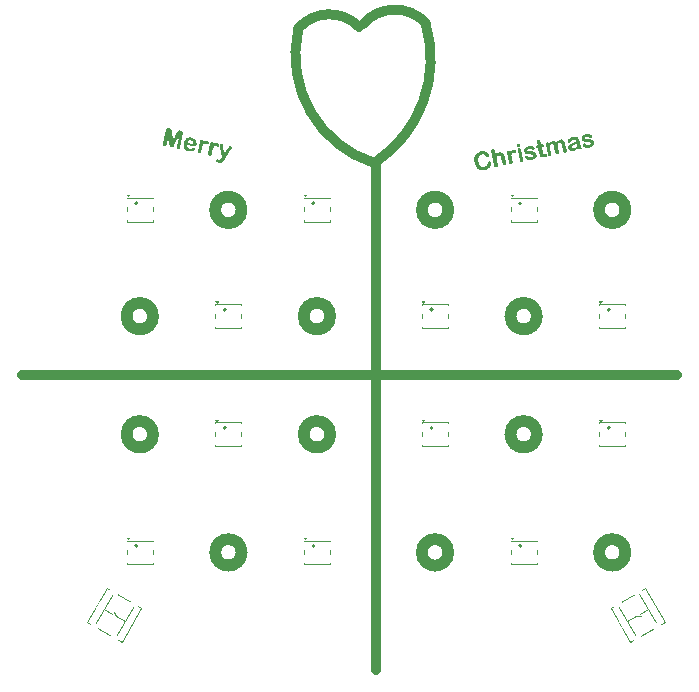
<source format=gto>
%TF.GenerationSoftware,KiCad,Pcbnew,8.0.6*%
%TF.CreationDate,2024-12-09T18:11:45+01:00*%
%TF.ProjectId,Xmas,586d6173-2e6b-4696-9361-645f70636258,rev?*%
%TF.SameCoordinates,Original*%
%TF.FileFunction,Legend,Top*%
%TF.FilePolarity,Positive*%
%FSLAX46Y46*%
G04 Gerber Fmt 4.6, Leading zero omitted, Abs format (unit mm)*
G04 Created by KiCad (PCBNEW 8.0.6) date 2024-12-09 18:11:45*
%MOMM*%
%LPD*%
G01*
G04 APERTURE LIST*
G04 Aperture macros list*
%AMRotRect*
0 Rectangle, with rotation*
0 The origin of the aperture is its center*
0 $1 length*
0 $2 width*
0 $3 Rotation angle, in degrees counterclockwise*
0 Add horizontal line*
21,1,$1,$2,0,0,$3*%
G04 Aperture macros list end*
%ADD10C,0.850000*%
%ADD11C,1.000000*%
%ADD12C,0.300000*%
%ADD13C,0.100000*%
%ADD14C,0.200000*%
%ADD15RotRect,1.100000X0.700000X300.000000*%
%ADD16RotRect,0.700000X0.250000X300.000000*%
%ADD17R,0.700000X0.700000*%
%ADD18RotRect,1.100000X0.700000X60.000000*%
%ADD19RotRect,0.700000X0.250000X60.000000*%
%ADD20C,0.100000*%
%ADD21O,1.200000X2.000000*%
%ADD22O,1.200000X2.300000*%
G04 APERTURE END LIST*
D10*
X129199998Y-65233913D02*
G75*
G02*
X124900000Y-77000001I-10087808J-2982117D01*
G01*
D11*
X146118034Y-81000000D02*
G75*
G02*
X143881966Y-81000000I-1118034J0D01*
G01*
X143881966Y-81000000D02*
G75*
G02*
X146118034Y-81000000I1118034J0D01*
G01*
X146118034Y-110000000D02*
G75*
G02*
X143881966Y-110000000I-1118034J0D01*
G01*
X143881966Y-110000000D02*
G75*
G02*
X146118034Y-110000000I1118034J0D01*
G01*
X131118034Y-110000000D02*
G75*
G02*
X128881966Y-110000000I-1118034J0D01*
G01*
X128881966Y-110000000D02*
G75*
G02*
X131118034Y-110000000I1118034J0D01*
G01*
X121118034Y-90000000D02*
G75*
G02*
X118881966Y-90000000I-1118034J0D01*
G01*
X118881966Y-90000000D02*
G75*
G02*
X121118034Y-90000000I1118034J0D01*
G01*
D10*
X125000000Y-120000000D02*
X125000000Y-77000000D01*
D11*
X138618034Y-90000000D02*
G75*
G02*
X136381966Y-90000000I-1118034J0D01*
G01*
X136381966Y-90000000D02*
G75*
G02*
X138618034Y-90000000I1118034J0D01*
G01*
X113618034Y-81000000D02*
G75*
G02*
X111381966Y-81000000I-1118034J0D01*
G01*
X111381966Y-81000000D02*
G75*
G02*
X113618034Y-81000000I1118034J0D01*
G01*
X106118034Y-90000000D02*
G75*
G02*
X103881966Y-90000000I-1118034J0D01*
G01*
X103881966Y-90000000D02*
G75*
G02*
X106118034Y-90000000I1118034J0D01*
G01*
D10*
X95000000Y-95000000D02*
X150500000Y-95000000D01*
X118400982Y-65662130D02*
G75*
G02*
X123555745Y-65505425I2648418J-2258370D01*
G01*
D11*
X113618034Y-110000000D02*
G75*
G02*
X111381966Y-110000000I-1118034J0D01*
G01*
X111381966Y-110000000D02*
G75*
G02*
X113618034Y-110000000I1118034J0D01*
G01*
X138618034Y-100000000D02*
G75*
G02*
X136381966Y-100000000I-1118034J0D01*
G01*
X136381966Y-100000000D02*
G75*
G02*
X138618034Y-100000000I1118034J0D01*
G01*
D10*
X123857893Y-65306745D02*
G75*
G02*
X129199999Y-65150001I2742107J-2343255D01*
G01*
D11*
X121118034Y-100000000D02*
G75*
G02*
X118881966Y-100000000I-1118034J0D01*
G01*
X118881966Y-100000000D02*
G75*
G02*
X121118034Y-100000000I1118034J0D01*
G01*
X106118034Y-100000000D02*
G75*
G02*
X103881966Y-100000000I-1118034J0D01*
G01*
X103881966Y-100000000D02*
G75*
G02*
X106118034Y-100000000I1118034J0D01*
G01*
D10*
X124909270Y-77052473D02*
G75*
G02*
X118400984Y-65823529I2860430J9158473D01*
G01*
D11*
X131118034Y-81000000D02*
G75*
G02*
X128881966Y-81000000I-1118034J0D01*
G01*
X128881966Y-81000000D02*
G75*
G02*
X131118034Y-81000000I1118034J0D01*
G01*
D12*
G36*
X107513287Y-75406589D02*
G01*
X107488767Y-74411819D01*
X107282841Y-75437011D01*
X107258013Y-75509292D01*
X107212837Y-75563711D01*
X107143033Y-75590074D01*
X107094863Y-75586577D01*
X107025986Y-75553648D01*
X106997235Y-75519007D01*
X106977408Y-75447005D01*
X106984306Y-75375428D01*
X107230797Y-74215781D01*
X107255053Y-74145579D01*
X107306742Y-74092345D01*
X107314311Y-74088956D01*
X107388100Y-74075123D01*
X107466064Y-74083383D01*
X107558521Y-74103035D01*
X107632381Y-74122948D01*
X107681952Y-74146126D01*
X107726980Y-74205266D01*
X107729969Y-74216260D01*
X107741085Y-74291163D01*
X107745626Y-74354051D01*
X107789366Y-75149152D01*
X108152721Y-74440582D01*
X108189174Y-74373082D01*
X108222711Y-74320996D01*
X108284285Y-74278779D01*
X108295103Y-74276455D01*
X108371352Y-74277799D01*
X108425389Y-74287294D01*
X108518204Y-74307022D01*
X108588087Y-74329117D01*
X108650911Y-74370732D01*
X108653854Y-74373685D01*
X108684809Y-74444628D01*
X108678923Y-74523589D01*
X108432432Y-75683237D01*
X108407747Y-75754845D01*
X108362733Y-75808503D01*
X108292574Y-75834469D01*
X108243760Y-75830782D01*
X108176204Y-75797696D01*
X108147794Y-75762442D01*
X108128127Y-75689684D01*
X108135017Y-75618147D01*
X108363878Y-74597829D01*
X107936867Y-75496624D01*
X107902806Y-75564404D01*
X107869349Y-75625725D01*
X107818056Y-75680696D01*
X107794492Y-75695960D01*
X107722443Y-75714442D01*
X107670386Y-75708908D01*
X107601731Y-75681157D01*
X107580959Y-75664430D01*
X107538493Y-75602825D01*
X107533857Y-75589996D01*
X107519155Y-75516338D01*
X107518102Y-75501999D01*
X107514298Y-75427963D01*
X107513287Y-75406589D01*
G37*
G36*
X109308315Y-74863549D02*
G01*
X109385567Y-74874966D01*
X109393438Y-74876597D01*
X109471822Y-74897916D01*
X109542488Y-74926912D01*
X109612762Y-74968708D01*
X109660666Y-75007933D01*
X109713292Y-75064301D01*
X109755097Y-75125302D01*
X109788856Y-75198514D01*
X109798619Y-75229400D01*
X109814755Y-75306810D01*
X109819149Y-75382676D01*
X109811801Y-75456997D01*
X109808922Y-75471676D01*
X109784324Y-75543294D01*
X109730984Y-75598205D01*
X109713981Y-75604686D01*
X109638725Y-75613961D01*
X109559362Y-75606478D01*
X109532300Y-75601276D01*
X109005513Y-75489304D01*
X108999465Y-75564895D01*
X109011467Y-75639266D01*
X109042539Y-75709767D01*
X109083823Y-75758770D01*
X109147664Y-75800506D01*
X109205748Y-75819519D01*
X109279029Y-75827678D01*
X109294756Y-75827202D01*
X109368076Y-75813373D01*
X109378605Y-75809817D01*
X109446567Y-75780513D01*
X109458432Y-75774348D01*
X109524653Y-75737400D01*
X109557186Y-75718556D01*
X109629616Y-75712602D01*
X109695717Y-75748801D01*
X109700462Y-75754628D01*
X109716147Y-75828278D01*
X109715025Y-75834132D01*
X109681470Y-75899504D01*
X109664783Y-75918963D01*
X109605114Y-75968166D01*
X109552607Y-75997371D01*
X109480661Y-76023754D01*
X109408671Y-76038713D01*
X109384720Y-76041839D01*
X109308993Y-76044915D01*
X109234428Y-76038867D01*
X109169757Y-76027609D01*
X109089045Y-76006503D01*
X109015783Y-75979080D01*
X108949973Y-75945340D01*
X108880835Y-75896513D01*
X108822428Y-75838591D01*
X108781951Y-75783373D01*
X108744108Y-75710496D01*
X108718456Y-75632177D01*
X108704995Y-75548418D01*
X108703090Y-75474462D01*
X108709651Y-75396728D01*
X108720995Y-75331820D01*
X108727766Y-75306053D01*
X109045588Y-75306053D01*
X109519696Y-75406828D01*
X109523482Y-75327288D01*
X109509805Y-75252581D01*
X109487351Y-75204813D01*
X109438626Y-75150077D01*
X109372287Y-75114222D01*
X109335729Y-75104042D01*
X109259652Y-75099307D01*
X109185353Y-75121408D01*
X109160735Y-75136137D01*
X109104506Y-75189695D01*
X109064081Y-75257923D01*
X109045588Y-75306053D01*
X108727766Y-75306053D01*
X108740715Y-75256771D01*
X108766930Y-75186614D01*
X108803268Y-75115091D01*
X108806961Y-75108883D01*
X108851447Y-75045365D01*
X108902448Y-74990755D01*
X108954467Y-74948841D01*
X109017655Y-74911593D01*
X109086749Y-74884451D01*
X109154688Y-74868548D01*
X109233705Y-74861033D01*
X109308315Y-74863549D01*
G37*
G36*
X110254406Y-75825180D02*
G01*
X110204895Y-76058113D01*
X110179714Y-76130505D01*
X110133457Y-76184508D01*
X110063122Y-76210758D01*
X110015841Y-76207450D01*
X109947978Y-76174298D01*
X109919517Y-76139033D01*
X109899730Y-76066842D01*
X109906360Y-75996530D01*
X110069900Y-75227134D01*
X110093245Y-75151536D01*
X110137808Y-75086505D01*
X110206517Y-75056691D01*
X110257440Y-75060246D01*
X110324768Y-75089727D01*
X110354839Y-75128891D01*
X110372207Y-75201736D01*
X110369948Y-75228736D01*
X110427000Y-75180659D01*
X110474912Y-75152541D01*
X110550312Y-75132621D01*
X110623775Y-75138158D01*
X110629416Y-75139312D01*
X110699998Y-75161980D01*
X110766161Y-75199039D01*
X110795208Y-75220996D01*
X110844439Y-75278480D01*
X110856467Y-75355287D01*
X110855544Y-75360044D01*
X110818993Y-75425944D01*
X110798233Y-75441125D01*
X110727494Y-75461039D01*
X110707987Y-75458649D01*
X110640396Y-75426003D01*
X110637051Y-75424094D01*
X110568085Y-75391860D01*
X110540314Y-75384055D01*
X110467014Y-75384728D01*
X110442176Y-75394658D01*
X110386401Y-75444518D01*
X110366924Y-75473798D01*
X110333655Y-75541884D01*
X110307307Y-75615066D01*
X110285917Y-75690598D01*
X110267710Y-75765013D01*
X110254406Y-75825180D01*
G37*
G36*
X111140268Y-76013475D02*
G01*
X111090757Y-76246408D01*
X111065576Y-76318801D01*
X111019319Y-76372803D01*
X110948983Y-76399053D01*
X110901703Y-76395746D01*
X110833840Y-76362593D01*
X110805379Y-76327329D01*
X110785592Y-76255138D01*
X110792222Y-76184826D01*
X110955762Y-75415430D01*
X110979107Y-75339832D01*
X111023670Y-75274801D01*
X111092378Y-75244986D01*
X111143302Y-75248542D01*
X111210630Y-75278022D01*
X111240701Y-75317187D01*
X111258069Y-75390031D01*
X111255809Y-75417032D01*
X111312862Y-75368954D01*
X111360773Y-75340837D01*
X111436174Y-75320917D01*
X111509637Y-75326454D01*
X111515278Y-75327608D01*
X111585860Y-75350276D01*
X111652023Y-75387334D01*
X111681070Y-75409292D01*
X111730301Y-75466776D01*
X111742329Y-75543583D01*
X111741406Y-75548340D01*
X111704855Y-75614240D01*
X111684095Y-75629421D01*
X111613356Y-75649334D01*
X111593849Y-75646944D01*
X111526258Y-75614299D01*
X111522913Y-75612390D01*
X111453946Y-75580156D01*
X111426175Y-75572351D01*
X111352875Y-75573024D01*
X111328037Y-75582953D01*
X111272263Y-75632814D01*
X111252786Y-75662094D01*
X111219516Y-75730180D01*
X111193169Y-75803361D01*
X111171779Y-75878894D01*
X111153572Y-75953309D01*
X111140268Y-76013475D01*
G37*
G36*
X111891403Y-76631208D02*
G01*
X111927752Y-76578257D01*
X111772434Y-75650820D01*
X111762116Y-75575620D01*
X111764024Y-75531798D01*
X111797392Y-75465767D01*
X111799044Y-75463958D01*
X111862029Y-75423214D01*
X111864429Y-75422423D01*
X111937960Y-75417472D01*
X111940291Y-75417947D01*
X112007761Y-75450838D01*
X112029004Y-75479877D01*
X112053103Y-75551248D01*
X112061555Y-75605153D01*
X112146095Y-76299933D01*
X112483680Y-75744319D01*
X112523505Y-75680309D01*
X112557751Y-75631968D01*
X112614007Y-75582689D01*
X112619665Y-75580331D01*
X112693531Y-75578071D01*
X112696427Y-75578669D01*
X112758480Y-75610961D01*
X112796347Y-75670697D01*
X112799380Y-75741008D01*
X112773727Y-75794734D01*
X112737025Y-75860556D01*
X112735688Y-75862682D01*
X112176031Y-76731784D01*
X112131410Y-76799053D01*
X112085113Y-76861136D01*
X112041734Y-76910738D01*
X111983855Y-76958554D01*
X111917056Y-76990996D01*
X111896333Y-76997441D01*
X111821014Y-77008107D01*
X111746232Y-77004161D01*
X111685481Y-76993823D01*
X111608291Y-76973964D01*
X111536566Y-76945737D01*
X111502926Y-76925805D01*
X111459449Y-76864045D01*
X111460229Y-76807736D01*
X111496200Y-76743201D01*
X111509620Y-76733961D01*
X111583314Y-76721095D01*
X111608887Y-76725097D01*
X111653744Y-76741373D01*
X111694812Y-76756095D01*
X111766717Y-76757895D01*
X111821338Y-76721189D01*
X111868801Y-76663016D01*
X111891403Y-76631208D01*
G37*
G36*
X134738478Y-76965780D02*
G01*
X134745573Y-77043208D01*
X134738050Y-77118638D01*
X134735929Y-77129999D01*
X134714740Y-77204915D01*
X134683139Y-77275751D01*
X134659366Y-77317817D01*
X134613113Y-77381611D01*
X134561081Y-77435276D01*
X134499540Y-77484817D01*
X134492863Y-77489544D01*
X134428427Y-77528407D01*
X134356251Y-77560679D01*
X134285595Y-77583832D01*
X134228590Y-77597779D01*
X134156289Y-77610916D01*
X134080480Y-77619421D01*
X134008570Y-77621699D01*
X133933986Y-77617063D01*
X133856977Y-77603033D01*
X133817144Y-77591597D01*
X133745633Y-77562533D01*
X133681594Y-77526397D01*
X133645112Y-77501192D01*
X133586649Y-77449849D01*
X133532681Y-77391740D01*
X133509290Y-77362638D01*
X133466353Y-77300642D01*
X133428655Y-77234055D01*
X133406435Y-77187114D01*
X133377419Y-77112888D01*
X133355336Y-77040834D01*
X133340480Y-76979025D01*
X133326374Y-76900352D01*
X133318049Y-76824250D01*
X133315503Y-76750719D01*
X133319671Y-76669831D01*
X133323180Y-76640364D01*
X133337552Y-76564366D01*
X133358762Y-76492345D01*
X133386810Y-76424302D01*
X133421697Y-76360236D01*
X133468250Y-76293572D01*
X133521807Y-76233655D01*
X133582368Y-76180485D01*
X133619040Y-76153862D01*
X133689222Y-76111605D01*
X133763946Y-76077330D01*
X133834179Y-76053565D01*
X133889208Y-76039880D01*
X133967707Y-76026833D01*
X134043913Y-76021549D01*
X134117826Y-76024030D01*
X134199491Y-76036372D01*
X134229343Y-76043615D01*
X134304716Y-76067928D01*
X134372744Y-76098438D01*
X134440497Y-76140167D01*
X134486767Y-76178045D01*
X134541315Y-76235816D01*
X134583502Y-76300615D01*
X134607025Y-76366726D01*
X134603300Y-76441646D01*
X134588271Y-76474088D01*
X134534288Y-76525781D01*
X134501654Y-76537070D01*
X134427628Y-76537934D01*
X134401724Y-76526849D01*
X134344150Y-76476014D01*
X134313817Y-76441034D01*
X134262490Y-76385820D01*
X134204524Y-76338670D01*
X134144981Y-76305753D01*
X134069542Y-76285169D01*
X133992672Y-76284276D01*
X133944624Y-76291783D01*
X133871398Y-76314338D01*
X133799591Y-76354707D01*
X133740457Y-76410642D01*
X133699109Y-76472354D01*
X133689078Y-76492175D01*
X133661832Y-76567914D01*
X133648540Y-76640309D01*
X133644537Y-76719604D01*
X133649823Y-76805800D01*
X133661323Y-76882902D01*
X133667729Y-76915084D01*
X133685583Y-76987953D01*
X133710050Y-77063081D01*
X133742753Y-77137210D01*
X133776426Y-77193867D01*
X133823710Y-77252530D01*
X133881570Y-77302044D01*
X133945559Y-77335827D01*
X134021437Y-77355304D01*
X134095316Y-77357803D01*
X134158839Y-77348923D01*
X134232064Y-77326884D01*
X134300677Y-77290223D01*
X134356788Y-77240552D01*
X134400437Y-77178305D01*
X134431171Y-77104021D01*
X134447903Y-77026045D01*
X134461781Y-76951053D01*
X134475930Y-76912967D01*
X134531489Y-76861836D01*
X134566154Y-76851091D01*
X134642363Y-76855428D01*
X134674613Y-76871484D01*
X134725021Y-76926828D01*
X134738478Y-76965780D01*
G37*
G36*
X135062062Y-75977107D02*
G01*
X135142194Y-76354100D01*
X135185643Y-76292367D01*
X135211022Y-76263812D01*
X135268243Y-76214531D01*
X135313424Y-76186987D01*
X135383276Y-76157299D01*
X135443001Y-76141091D01*
X135521634Y-76130908D01*
X135596271Y-76134637D01*
X135643810Y-76144852D01*
X135715136Y-76174474D01*
X135777499Y-76220095D01*
X135803260Y-76246547D01*
X135848019Y-76309133D01*
X135868129Y-76352614D01*
X135891600Y-76423163D01*
X135909295Y-76495182D01*
X136022485Y-77027702D01*
X136029001Y-77102882D01*
X136009838Y-77170846D01*
X135956858Y-77223630D01*
X135911440Y-77240078D01*
X135837027Y-77240934D01*
X135774603Y-77202482D01*
X135736653Y-77132415D01*
X135725330Y-77090490D01*
X135625393Y-76620324D01*
X135605721Y-76545499D01*
X135576055Y-76473992D01*
X135546283Y-76429639D01*
X135482001Y-76390210D01*
X135404467Y-76389270D01*
X135391769Y-76391692D01*
X135320186Y-76420299D01*
X135274234Y-76458999D01*
X135233675Y-76520965D01*
X135214121Y-76586763D01*
X135214609Y-76661331D01*
X135224799Y-76736116D01*
X135238856Y-76808857D01*
X135317160Y-77177249D01*
X135323898Y-77251927D01*
X135305870Y-77319730D01*
X135252545Y-77373231D01*
X135205116Y-77390212D01*
X135130721Y-77391153D01*
X135063298Y-77346910D01*
X135027366Y-77273573D01*
X135019234Y-77241699D01*
X134764213Y-76041915D01*
X134757087Y-75966574D01*
X134774427Y-75899663D01*
X134826913Y-75847306D01*
X134873618Y-75830637D01*
X134950323Y-75831234D01*
X134994101Y-75852970D01*
X135039981Y-75910663D01*
X135062062Y-75977107D01*
G37*
G36*
X136511434Y-76679567D02*
G01*
X136560946Y-76912500D01*
X136567386Y-76988875D01*
X136547094Y-77057024D01*
X136493516Y-77109613D01*
X136448978Y-77125821D01*
X136373498Y-77123138D01*
X136333154Y-77102498D01*
X136285715Y-77044597D01*
X136263172Y-76977666D01*
X136099632Y-76208271D01*
X136090211Y-76129713D01*
X136104471Y-76052179D01*
X136155112Y-75996996D01*
X136203079Y-75979532D01*
X136276577Y-75979078D01*
X136319978Y-76002626D01*
X136365473Y-76062109D01*
X136374391Y-76087694D01*
X136406957Y-76020567D01*
X136439289Y-75975393D01*
X136500069Y-75926527D01*
X136569433Y-75901706D01*
X136575055Y-75900466D01*
X136648755Y-75892465D01*
X136724271Y-75899409D01*
X136759738Y-75907654D01*
X136828093Y-75940144D01*
X136870322Y-76005418D01*
X136871413Y-76010140D01*
X136864827Y-76085209D01*
X136852036Y-76107521D01*
X136795512Y-76154485D01*
X136776720Y-76160236D01*
X136701694Y-76157905D01*
X136697862Y-76157521D01*
X136621747Y-76156126D01*
X136593202Y-76160291D01*
X136526513Y-76190720D01*
X136507861Y-76209893D01*
X136477189Y-76278128D01*
X136471305Y-76312799D01*
X136468605Y-76388531D01*
X136474301Y-76466101D01*
X136485482Y-76543804D01*
X136499116Y-76619191D01*
X136511434Y-76679567D01*
G37*
G36*
X137292095Y-75924092D02*
G01*
X137461881Y-76722873D01*
X137468048Y-76797962D01*
X137447648Y-76865605D01*
X137394070Y-76918194D01*
X137349532Y-76934402D01*
X137273319Y-76931436D01*
X137233121Y-76910080D01*
X137186222Y-76851867D01*
X137164085Y-76786171D01*
X136996051Y-75995633D01*
X136989742Y-75921814D01*
X137008949Y-75855432D01*
X137061594Y-75803685D01*
X137105784Y-75787656D01*
X137182408Y-75789804D01*
X137223247Y-75809881D01*
X137272685Y-75867382D01*
X137292095Y-75924092D01*
G37*
G36*
X137084634Y-75672296D02*
G01*
X137007991Y-75672295D01*
X136970867Y-75658648D01*
X136918894Y-75606817D01*
X136904798Y-75566320D01*
X136909449Y-75492583D01*
X136929004Y-75458174D01*
X136987656Y-75410035D01*
X137026135Y-75397076D01*
X137102573Y-75398178D01*
X137135732Y-75410487D01*
X137188232Y-75461691D01*
X137202594Y-75503021D01*
X137200259Y-75576701D01*
X137180072Y-75613806D01*
X137122751Y-75659679D01*
X137084634Y-75672296D01*
G37*
G36*
X138587617Y-76279836D02*
G01*
X138597320Y-76358802D01*
X138591763Y-76432603D01*
X138573469Y-76495212D01*
X138535157Y-76563594D01*
X138484593Y-76618918D01*
X138432233Y-76658947D01*
X138363147Y-76697531D01*
X138291711Y-76726657D01*
X138220848Y-76748092D01*
X138173040Y-76759361D01*
X138099629Y-76771921D01*
X138021881Y-76777748D01*
X137941503Y-76773911D01*
X137903686Y-76767922D01*
X137828425Y-76747221D01*
X137760013Y-76714964D01*
X137718081Y-76684147D01*
X137668994Y-76629076D01*
X137637276Y-76560252D01*
X137635140Y-76551208D01*
X137641918Y-76476622D01*
X137652260Y-76457303D01*
X137709153Y-76410096D01*
X137734591Y-76402348D01*
X137808780Y-76407976D01*
X137812647Y-76410102D01*
X137869739Y-76458056D01*
X137873563Y-76462326D01*
X137931293Y-76514103D01*
X137992920Y-76546324D01*
X138070380Y-76557623D01*
X138149178Y-76548658D01*
X138155325Y-76547386D01*
X138224938Y-76523787D01*
X138276099Y-76486507D01*
X138310727Y-76419562D01*
X138309350Y-76401533D01*
X138272080Y-76335470D01*
X138237333Y-76316461D01*
X138161337Y-76300778D01*
X138087975Y-76294919D01*
X138048941Y-76293581D01*
X137968271Y-76289334D01*
X137888124Y-76281834D01*
X137811495Y-76270203D01*
X137798860Y-76267708D01*
X137722959Y-76245487D01*
X137656908Y-76212024D01*
X137629745Y-76192788D01*
X137578176Y-76136882D01*
X137547058Y-76070235D01*
X137539389Y-76040824D01*
X137533529Y-75965023D01*
X137548073Y-75888755D01*
X137555976Y-75866879D01*
X137593341Y-75799252D01*
X137643759Y-75743098D01*
X137680230Y-75713121D01*
X137747422Y-75671757D01*
X137818646Y-75641753D01*
X137891006Y-75620938D01*
X137908148Y-75617108D01*
X137980597Y-75604585D01*
X138055171Y-75598434D01*
X138108046Y-75598964D01*
X138183515Y-75607195D01*
X138258304Y-75627115D01*
X138266794Y-75630393D01*
X138334195Y-75665314D01*
X138375480Y-75699430D01*
X138418072Y-75759886D01*
X138427505Y-75789125D01*
X138422433Y-75862398D01*
X138410972Y-75884029D01*
X138352597Y-75929550D01*
X138319736Y-75939379D01*
X138245554Y-75934213D01*
X138236053Y-75929824D01*
X138172984Y-75888171D01*
X138148950Y-75868934D01*
X138085516Y-75830213D01*
X138066197Y-75823225D01*
X137992876Y-75817180D01*
X137951665Y-75823599D01*
X137881666Y-75848076D01*
X137841368Y-75877381D01*
X137809390Y-75943542D01*
X137810916Y-75956142D01*
X137857139Y-76011489D01*
X137929346Y-76031044D01*
X137959735Y-76034253D01*
X138035935Y-76038562D01*
X138109182Y-76041200D01*
X138136663Y-76041966D01*
X138217413Y-76046485D01*
X138296428Y-76056582D01*
X138365166Y-76072051D01*
X138434364Y-76097437D01*
X138499540Y-76137220D01*
X138514266Y-76149727D01*
X138560938Y-76208068D01*
X138587617Y-76279836D01*
G37*
G36*
X138663283Y-75504541D02*
G01*
X138681918Y-75500580D01*
X138647946Y-75340753D01*
X138633809Y-75268034D01*
X138628068Y-75229617D01*
X138633470Y-75156285D01*
X138634130Y-75154167D01*
X138673689Y-75091824D01*
X138740368Y-75056696D01*
X138742887Y-75056140D01*
X138816769Y-75060277D01*
X138854747Y-75078434D01*
X138905648Y-75134112D01*
X138908966Y-75141444D01*
X138931365Y-75211842D01*
X138941225Y-75254443D01*
X138980072Y-75437206D01*
X139069303Y-75418239D01*
X139145547Y-75417966D01*
X139173274Y-75429849D01*
X139220048Y-75486686D01*
X139225120Y-75504601D01*
X139217113Y-75579369D01*
X139195784Y-75604473D01*
X139130390Y-75640577D01*
X139068600Y-75658100D01*
X139028822Y-75666555D01*
X139131044Y-76147472D01*
X139148718Y-76220608D01*
X139154943Y-76240524D01*
X139186598Y-76285483D01*
X139246668Y-76291442D01*
X139308986Y-76269207D01*
X139373096Y-76246591D01*
X139447072Y-76261580D01*
X139491303Y-76322231D01*
X139492561Y-76327570D01*
X139482959Y-76402270D01*
X139438517Y-76452171D01*
X139370834Y-76491293D01*
X139295761Y-76518331D01*
X139230914Y-76534503D01*
X139153407Y-76546478D01*
X139080021Y-76546735D01*
X139019072Y-76533461D01*
X138953795Y-76496224D01*
X138906698Y-76439979D01*
X138901792Y-76431043D01*
X138873025Y-76363018D01*
X138851464Y-76291734D01*
X138837384Y-76231990D01*
X138730668Y-75729930D01*
X138705941Y-75735186D01*
X138631419Y-75736347D01*
X138600103Y-75723598D01*
X138553232Y-75666306D01*
X138548181Y-75648488D01*
X138557310Y-75573948D01*
X138566932Y-75558731D01*
X138628714Y-75514556D01*
X138663283Y-75504541D01*
G37*
G36*
X140416587Y-75698558D02*
G01*
X140495500Y-76069817D01*
X140502711Y-76143878D01*
X140484620Y-76215419D01*
X140482639Y-76219000D01*
X140431217Y-76271210D01*
X140380886Y-76290068D01*
X140306008Y-76288555D01*
X140261173Y-76266074D01*
X140212861Y-76205487D01*
X140189462Y-76134868D01*
X140094934Y-75690145D01*
X140078741Y-75618671D01*
X140058670Y-75545172D01*
X140053924Y-75530689D01*
X140018061Y-75465626D01*
X139999251Y-75447924D01*
X139927566Y-75429282D01*
X139901709Y-75433075D01*
X139832302Y-75456972D01*
X139772957Y-75508815D01*
X139752323Y-75558465D01*
X139744262Y-75634911D01*
X139747981Y-75710671D01*
X139759080Y-75787997D01*
X139767380Y-75830184D01*
X139847588Y-76207535D01*
X139854795Y-76280900D01*
X139837224Y-76352257D01*
X139835291Y-76355849D01*
X139781322Y-76410452D01*
X139734765Y-76427406D01*
X139659781Y-76425782D01*
X139614260Y-76403205D01*
X139565199Y-76343370D01*
X139541855Y-76274019D01*
X139373440Y-75481689D01*
X139367724Y-75406777D01*
X139385613Y-75346885D01*
X139439113Y-75294888D01*
X139478734Y-75281022D01*
X139553879Y-75283116D01*
X139589397Y-75299450D01*
X139639559Y-75356743D01*
X139653841Y-75399989D01*
X139651691Y-75400446D01*
X139694097Y-75335524D01*
X139745259Y-75282363D01*
X139767959Y-75263743D01*
X139833643Y-75222620D01*
X139902234Y-75195259D01*
X139945774Y-75183997D01*
X140022927Y-75173708D01*
X140099873Y-75177761D01*
X140138447Y-75186491D01*
X140208270Y-75215330D01*
X140270565Y-75261459D01*
X140281470Y-75272575D01*
X140322882Y-75208287D01*
X140373461Y-75152805D01*
X140399897Y-75130169D01*
X140463617Y-75088979D01*
X140536119Y-75060017D01*
X140572542Y-75050774D01*
X140649552Y-75039893D01*
X140727706Y-75041786D01*
X140782310Y-75052630D01*
X140853044Y-75082131D01*
X140912468Y-75127635D01*
X140936080Y-75154034D01*
X140973400Y-75220086D01*
X141000608Y-75295431D01*
X141019826Y-75368995D01*
X141024277Y-75389231D01*
X141139905Y-75933219D01*
X141147063Y-76007035D01*
X141128948Y-76078464D01*
X141126967Y-76082044D01*
X141075546Y-76134254D01*
X141025214Y-76153112D01*
X140949904Y-76151426D01*
X140904274Y-76128629D01*
X140855103Y-76068278D01*
X140831640Y-75998368D01*
X140731856Y-75528919D01*
X140714240Y-75453789D01*
X140694677Y-75389249D01*
X140656413Y-75326522D01*
X140638845Y-75311600D01*
X140564747Y-75293827D01*
X140538511Y-75297718D01*
X140471192Y-75328862D01*
X140448023Y-75349538D01*
X140406679Y-75410120D01*
X140393589Y-75447629D01*
X140390400Y-75525039D01*
X140398238Y-75598294D01*
X140412105Y-75676916D01*
X140416587Y-75698558D01*
G37*
G36*
X141953783Y-74803626D02*
G01*
X142027751Y-74826038D01*
X142094441Y-74868203D01*
X142134870Y-74911958D01*
X142175759Y-74979926D01*
X142203639Y-75047716D01*
X142226501Y-75126469D01*
X142233007Y-75155155D01*
X142248689Y-75229224D01*
X142264075Y-75302667D01*
X142267687Y-75320076D01*
X142283325Y-75396512D01*
X142298322Y-75471250D01*
X142319437Y-75543096D01*
X142349926Y-75611277D01*
X142357814Y-75626028D01*
X142391924Y-75691347D01*
X142407001Y-75730560D01*
X142395109Y-75804751D01*
X142381844Y-75825424D01*
X142324019Y-75873202D01*
X142291652Y-75883923D01*
X142217950Y-75874517D01*
X142191923Y-75860549D01*
X142132236Y-75815153D01*
X142084835Y-75769074D01*
X142031634Y-75827988D01*
X141975748Y-75879683D01*
X141922612Y-75920415D01*
X141859471Y-75957719D01*
X141788893Y-75986691D01*
X141718279Y-76005797D01*
X141645597Y-76015935D01*
X141570799Y-76013926D01*
X141517775Y-76003469D01*
X141448230Y-75976479D01*
X141384836Y-75933215D01*
X141365085Y-75914196D01*
X141320224Y-75853710D01*
X141291489Y-75784778D01*
X141286242Y-75763531D01*
X141278852Y-75685663D01*
X141283946Y-75654131D01*
X141577226Y-75654131D01*
X141580238Y-75677069D01*
X141615725Y-75742416D01*
X141644448Y-75764175D01*
X141717730Y-75784327D01*
X141769011Y-75779273D01*
X141842924Y-75754760D01*
X141906986Y-75714738D01*
X141958844Y-75660705D01*
X141985743Y-75607731D01*
X141996017Y-75529586D01*
X141988884Y-75452488D01*
X141979761Y-75403375D01*
X141975039Y-75381157D01*
X141905797Y-75417865D01*
X141835657Y-75450331D01*
X141822103Y-75456363D01*
X141754305Y-75486433D01*
X141685224Y-75518206D01*
X141670815Y-75525226D01*
X141611323Y-75570339D01*
X141599454Y-75584217D01*
X141577226Y-75654131D01*
X141283946Y-75654131D01*
X141290721Y-75612198D01*
X141318223Y-75549233D01*
X141365034Y-75487042D01*
X141421135Y-75439302D01*
X141490136Y-75399938D01*
X141497745Y-75396463D01*
X141567319Y-75366176D01*
X141622269Y-75342652D01*
X141692772Y-75311900D01*
X141759839Y-75281753D01*
X141791941Y-75266885D01*
X141858369Y-75234841D01*
X141926095Y-75200381D01*
X141935223Y-75195604D01*
X141909833Y-75124670D01*
X141864946Y-75064093D01*
X141790997Y-75040743D01*
X141717057Y-75047400D01*
X141702818Y-75050238D01*
X141629307Y-75070561D01*
X141561763Y-75105238D01*
X141555946Y-75109922D01*
X141507919Y-75167563D01*
X141486254Y-75212005D01*
X141457358Y-75281477D01*
X141447802Y-75300706D01*
X141381460Y-75336136D01*
X141377964Y-75336900D01*
X141302517Y-75331448D01*
X141282648Y-75321953D01*
X141233510Y-75265269D01*
X141227021Y-75243510D01*
X141223420Y-75168879D01*
X141241653Y-75096713D01*
X141248272Y-75080934D01*
X141289542Y-75014654D01*
X141340883Y-74962227D01*
X141387676Y-74926203D01*
X141457289Y-74885729D01*
X141530452Y-74855200D01*
X141603844Y-74832752D01*
X141653709Y-74820964D01*
X141730904Y-74806779D01*
X141811204Y-74797693D01*
X141891440Y-74796558D01*
X141953783Y-74803626D01*
G37*
G36*
X143462724Y-75243600D02*
G01*
X143472427Y-75322566D01*
X143466870Y-75396367D01*
X143448575Y-75458976D01*
X143410264Y-75527358D01*
X143359700Y-75582682D01*
X143307340Y-75622711D01*
X143238254Y-75661295D01*
X143166818Y-75690421D01*
X143095955Y-75711856D01*
X143048147Y-75723125D01*
X142974736Y-75735685D01*
X142896988Y-75741512D01*
X142816610Y-75737675D01*
X142778793Y-75731686D01*
X142703531Y-75710985D01*
X142635120Y-75678728D01*
X142593188Y-75647911D01*
X142544100Y-75592840D01*
X142512383Y-75524016D01*
X142510247Y-75514972D01*
X142517025Y-75440386D01*
X142527367Y-75421067D01*
X142584260Y-75373860D01*
X142609698Y-75366112D01*
X142683887Y-75371740D01*
X142687754Y-75373866D01*
X142744846Y-75421820D01*
X142748669Y-75426090D01*
X142806400Y-75477867D01*
X142868027Y-75510088D01*
X142945487Y-75521387D01*
X143024285Y-75512422D01*
X143030432Y-75511150D01*
X143100045Y-75487551D01*
X143151206Y-75450271D01*
X143185834Y-75383326D01*
X143184457Y-75365297D01*
X143147187Y-75299234D01*
X143112440Y-75280225D01*
X143036444Y-75264542D01*
X142963081Y-75258683D01*
X142924047Y-75257345D01*
X142843378Y-75253098D01*
X142763231Y-75245598D01*
X142686602Y-75233967D01*
X142673967Y-75231472D01*
X142598066Y-75209251D01*
X142532015Y-75175788D01*
X142504852Y-75156552D01*
X142453283Y-75100646D01*
X142422165Y-75034000D01*
X142414496Y-75004588D01*
X142408636Y-74928787D01*
X142423180Y-74852519D01*
X142431083Y-74830643D01*
X142468448Y-74763016D01*
X142518866Y-74706862D01*
X142555337Y-74676885D01*
X142622528Y-74635521D01*
X142693753Y-74605517D01*
X142766112Y-74584702D01*
X142783255Y-74580872D01*
X142855703Y-74568349D01*
X142930277Y-74562199D01*
X142983153Y-74562728D01*
X143058621Y-74570959D01*
X143133411Y-74590879D01*
X143141900Y-74594157D01*
X143209302Y-74629078D01*
X143250586Y-74663194D01*
X143293178Y-74723650D01*
X143302612Y-74752889D01*
X143297540Y-74826162D01*
X143286079Y-74847794D01*
X143227704Y-74893314D01*
X143194843Y-74903143D01*
X143120661Y-74897977D01*
X143111160Y-74893588D01*
X143048090Y-74851935D01*
X143024057Y-74832698D01*
X142960622Y-74793977D01*
X142941304Y-74786989D01*
X142867983Y-74780944D01*
X142826771Y-74787363D01*
X142756773Y-74811840D01*
X142716475Y-74841145D01*
X142684497Y-74907306D01*
X142686023Y-74919906D01*
X142732245Y-74975253D01*
X142804453Y-74994808D01*
X142834841Y-74998017D01*
X142911042Y-75002326D01*
X142984288Y-75004964D01*
X143011770Y-75005730D01*
X143092520Y-75010249D01*
X143171534Y-75020347D01*
X143240272Y-75035815D01*
X143309471Y-75061201D01*
X143374647Y-75100984D01*
X143389373Y-75113491D01*
X143436045Y-75171832D01*
X143462724Y-75243600D01*
G37*
D13*
%TO.C,SW1*%
X144861907Y-114686907D02*
X146536907Y-117588093D01*
X145446475Y-114349407D02*
X147121475Y-117250593D01*
X146536907Y-117588093D02*
X149438093Y-115913093D01*
X146976795Y-115400000D02*
X146283975Y-115800000D01*
X146976795Y-115400000D02*
X147423205Y-115373205D01*
X147178525Y-113349407D02*
X148853525Y-116250593D01*
X147323205Y-115200000D02*
X148016025Y-114800000D01*
X147763093Y-113011907D02*
X144861907Y-114686907D01*
X149438093Y-115913093D02*
X147763093Y-113011907D01*
%TO.C,LED6*%
X143900000Y-88750000D02*
X144100000Y-88750000D01*
X143900000Y-89000000D02*
X143900000Y-91000000D01*
X143900000Y-91000000D02*
X146100000Y-91000000D01*
X144000000Y-88850000D02*
X143900000Y-88750000D01*
X144100000Y-88750000D02*
X144000000Y-88850000D01*
X146100000Y-89000000D02*
X143900000Y-89000000D01*
X146100000Y-91000000D02*
X146100000Y-89000000D01*
D14*
X144800000Y-89450000D02*
G75*
G02*
X144600000Y-89450000I-100000J0D01*
G01*
X144600000Y-89450000D02*
G75*
G02*
X144800000Y-89450000I100000J0D01*
G01*
D13*
%TO.C,LED5*%
X128900000Y-88750000D02*
X129100000Y-88750000D01*
X128900000Y-89000000D02*
X128900000Y-91000000D01*
X128900000Y-91000000D02*
X131100000Y-91000000D01*
X129000000Y-88850000D02*
X128900000Y-88750000D01*
X129100000Y-88750000D02*
X129000000Y-88850000D01*
X131100000Y-89000000D02*
X128900000Y-89000000D01*
X131100000Y-91000000D02*
X131100000Y-89000000D01*
D14*
X129800000Y-89450000D02*
G75*
G02*
X129600000Y-89450000I-100000J0D01*
G01*
X129600000Y-89450000D02*
G75*
G02*
X129800000Y-89450000I100000J0D01*
G01*
D13*
%TO.C,LED8*%
X103900000Y-108750000D02*
X104100000Y-108750000D01*
X103900000Y-109000000D02*
X103900000Y-111000000D01*
X103900000Y-111000000D02*
X106100000Y-111000000D01*
X104000000Y-108850000D02*
X103900000Y-108750000D01*
X104100000Y-108750000D02*
X104000000Y-108850000D01*
X106100000Y-109000000D02*
X103900000Y-109000000D01*
X106100000Y-111000000D02*
X106100000Y-109000000D01*
D14*
X104800000Y-109450000D02*
G75*
G02*
X104600000Y-109450000I-100000J0D01*
G01*
X104600000Y-109450000D02*
G75*
G02*
X104800000Y-109450000I100000J0D01*
G01*
D13*
%TO.C,LED11*%
X143900000Y-98750000D02*
X144100000Y-98750000D01*
X143900000Y-99000000D02*
X143900000Y-101000000D01*
X143900000Y-101000000D02*
X146100000Y-101000000D01*
X144000000Y-98850000D02*
X143900000Y-98750000D01*
X144100000Y-98750000D02*
X144000000Y-98850000D01*
X146100000Y-99000000D02*
X143900000Y-99000000D01*
X146100000Y-101000000D02*
X146100000Y-99000000D01*
D14*
X144800000Y-99450000D02*
G75*
G02*
X144600000Y-99450000I-100000J0D01*
G01*
X144600000Y-99450000D02*
G75*
G02*
X144800000Y-99450000I100000J0D01*
G01*
D13*
%TO.C,LED12*%
X136400000Y-108750000D02*
X136600000Y-108750000D01*
X136400000Y-109000000D02*
X136400000Y-111000000D01*
X136400000Y-111000000D02*
X138600000Y-111000000D01*
X136500000Y-108850000D02*
X136400000Y-108750000D01*
X136600000Y-108750000D02*
X136500000Y-108850000D01*
X138600000Y-109000000D02*
X136400000Y-109000000D01*
X138600000Y-111000000D02*
X138600000Y-109000000D01*
D14*
X137300000Y-109450000D02*
G75*
G02*
X137100000Y-109450000I-100000J0D01*
G01*
X137100000Y-109450000D02*
G75*
G02*
X137300000Y-109450000I100000J0D01*
G01*
D13*
%TO.C,LED2*%
X118900000Y-79750000D02*
X119100000Y-79750000D01*
X118900000Y-80000000D02*
X118900000Y-82000000D01*
X118900000Y-82000000D02*
X121100000Y-82000000D01*
X119000000Y-79850000D02*
X118900000Y-79750000D01*
X119100000Y-79750000D02*
X119000000Y-79850000D01*
X121100000Y-80000000D02*
X118900000Y-80000000D01*
X121100000Y-82000000D02*
X121100000Y-80000000D01*
D14*
X119800000Y-80450000D02*
G75*
G02*
X119600000Y-80450000I-100000J0D01*
G01*
X119600000Y-80450000D02*
G75*
G02*
X119800000Y-80450000I100000J0D01*
G01*
D13*
%TO.C,LED9*%
X118900000Y-108750000D02*
X119100000Y-108750000D01*
X118900000Y-109000000D02*
X118900000Y-111000000D01*
X118900000Y-111000000D02*
X121100000Y-111000000D01*
X119000000Y-108850000D02*
X118900000Y-108750000D01*
X119100000Y-108750000D02*
X119000000Y-108850000D01*
X121100000Y-109000000D02*
X118900000Y-109000000D01*
X121100000Y-111000000D02*
X121100000Y-109000000D01*
D14*
X119800000Y-109450000D02*
G75*
G02*
X119600000Y-109450000I-100000J0D01*
G01*
X119600000Y-109450000D02*
G75*
G02*
X119800000Y-109450000I100000J0D01*
G01*
D13*
%TO.C,LED7*%
X111400000Y-98750000D02*
X111600000Y-98750000D01*
X111400000Y-99000000D02*
X111400000Y-101000000D01*
X111400000Y-101000000D02*
X113600000Y-101000000D01*
X111500000Y-98850000D02*
X111400000Y-98750000D01*
X111600000Y-98750000D02*
X111500000Y-98850000D01*
X113600000Y-99000000D02*
X111400000Y-99000000D01*
X113600000Y-101000000D02*
X113600000Y-99000000D01*
D14*
X112300000Y-99450000D02*
G75*
G02*
X112100000Y-99450000I-100000J0D01*
G01*
X112100000Y-99450000D02*
G75*
G02*
X112300000Y-99450000I100000J0D01*
G01*
D13*
%TO.C,LED1*%
X103900000Y-79750000D02*
X104100000Y-79750000D01*
X103900000Y-80000000D02*
X103900000Y-82000000D01*
X103900000Y-82000000D02*
X106100000Y-82000000D01*
X104000000Y-79850000D02*
X103900000Y-79750000D01*
X104100000Y-79750000D02*
X104000000Y-79850000D01*
X106100000Y-80000000D02*
X103900000Y-80000000D01*
X106100000Y-82000000D02*
X106100000Y-80000000D01*
D14*
X104800000Y-80450000D02*
G75*
G02*
X104600000Y-80450000I-100000J0D01*
G01*
X104600000Y-80450000D02*
G75*
G02*
X104800000Y-80450000I100000J0D01*
G01*
D13*
%TO.C,SW2*%
X100561907Y-115913093D02*
X103463093Y-117588093D01*
X101146475Y-116250593D02*
X102821475Y-113349407D01*
X102236907Y-113011907D02*
X100561907Y-115913093D01*
X102676795Y-115200000D02*
X101983975Y-114800000D01*
X102878525Y-117250593D02*
X104553525Y-114349407D01*
X103023205Y-115400000D02*
X102776795Y-115026795D01*
X103023205Y-115400000D02*
X103716025Y-115800000D01*
X103463093Y-117588093D02*
X105138093Y-114686907D01*
X105138093Y-114686907D02*
X102236907Y-113011907D01*
%TO.C,LED10*%
X128900000Y-98750000D02*
X129100000Y-98750000D01*
X128900000Y-99000000D02*
X128900000Y-101000000D01*
X128900000Y-101000000D02*
X131100000Y-101000000D01*
X129000000Y-98850000D02*
X128900000Y-98750000D01*
X129100000Y-98750000D02*
X129000000Y-98850000D01*
X131100000Y-99000000D02*
X128900000Y-99000000D01*
X131100000Y-101000000D02*
X131100000Y-99000000D01*
D14*
X129800000Y-99450000D02*
G75*
G02*
X129600000Y-99450000I-100000J0D01*
G01*
X129600000Y-99450000D02*
G75*
G02*
X129800000Y-99450000I100000J0D01*
G01*
D13*
%TO.C,LED3*%
X111400000Y-88750000D02*
X111600000Y-88750000D01*
X111400000Y-89000000D02*
X111400000Y-91000000D01*
X111400000Y-91000000D02*
X113600000Y-91000000D01*
X111500000Y-88850000D02*
X111400000Y-88750000D01*
X111600000Y-88750000D02*
X111500000Y-88850000D01*
X113600000Y-89000000D02*
X111400000Y-89000000D01*
X113600000Y-91000000D02*
X113600000Y-89000000D01*
D14*
X112300000Y-89450000D02*
G75*
G02*
X112100000Y-89450000I-100000J0D01*
G01*
X112100000Y-89450000D02*
G75*
G02*
X112300000Y-89450000I100000J0D01*
G01*
D13*
%TO.C,LED4*%
X136400000Y-79750000D02*
X136600000Y-79750000D01*
X136400000Y-80000000D02*
X136400000Y-82000000D01*
X136400000Y-82000000D02*
X138600000Y-82000000D01*
X136500000Y-79850000D02*
X136400000Y-79750000D01*
X136600000Y-79750000D02*
X136500000Y-79850000D01*
X138600000Y-80000000D02*
X136400000Y-80000000D01*
X138600000Y-82000000D02*
X138600000Y-80000000D01*
D14*
X137300000Y-80450000D02*
G75*
G02*
X137100000Y-80450000I-100000J0D01*
G01*
X137100000Y-80450000D02*
G75*
G02*
X137300000Y-80450000I100000J0D01*
G01*
%TD*%
%LPC*%
D15*
%TO.C,SW1*%
X147041025Y-113111250D03*
X148991025Y-116488750D03*
X145308975Y-114111250D03*
X147258975Y-117488750D03*
D16*
X148449038Y-114550000D03*
X145850962Y-116050000D03*
%TD*%
D17*
%TO.C,LED6*%
X144085000Y-89450000D03*
X144085000Y-90550000D03*
X145915000Y-90550000D03*
X145915000Y-89450000D03*
%TD*%
%TO.C,LED5*%
X129085000Y-89450000D03*
X129085000Y-90550000D03*
X130915000Y-90550000D03*
X130915000Y-89450000D03*
%TD*%
%TO.C,LED8*%
X104085000Y-109450000D03*
X104085000Y-110550000D03*
X105915000Y-110550000D03*
X105915000Y-109450000D03*
%TD*%
%TO.C,LED11*%
X144085000Y-99450000D03*
X144085000Y-100550000D03*
X145915000Y-100550000D03*
X145915000Y-99450000D03*
%TD*%
%TO.C,LED12*%
X136585000Y-109450000D03*
X136585000Y-110550000D03*
X138415000Y-110550000D03*
X138415000Y-109450000D03*
%TD*%
%TO.C,LED2*%
X119085000Y-80450000D03*
X119085000Y-81550000D03*
X120915000Y-81550000D03*
X120915000Y-80450000D03*
%TD*%
%TO.C,LED9*%
X119085000Y-109450000D03*
X119085000Y-110550000D03*
X120915000Y-110550000D03*
X120915000Y-109450000D03*
%TD*%
%TO.C,LED7*%
X111585000Y-99450000D03*
X111585000Y-100550000D03*
X113415000Y-100550000D03*
X113415000Y-99450000D03*
%TD*%
%TO.C,LED1*%
X104085000Y-80450000D03*
X104085000Y-81550000D03*
X105915000Y-81550000D03*
X105915000Y-80450000D03*
%TD*%
D18*
%TO.C,SW2*%
X101008975Y-116488750D03*
X102958975Y-113111250D03*
X102741025Y-117488750D03*
X104691025Y-114111250D03*
D19*
X101550962Y-114550000D03*
X104149038Y-116050000D03*
%TD*%
D17*
%TO.C,LED10*%
X129085000Y-99450000D03*
X129085000Y-100550000D03*
X130915000Y-100550000D03*
X130915000Y-99450000D03*
%TD*%
%TO.C,LED3*%
X111585000Y-89450000D03*
X111585000Y-90550000D03*
X113415000Y-90550000D03*
X113415000Y-89450000D03*
%TD*%
%TO.C,LED4*%
X136585000Y-80450000D03*
X136585000Y-81550000D03*
X138415000Y-81550000D03*
X138415000Y-80450000D03*
%TD*%
D20*
%TO.C,CONN2*%
X133400000Y-106600000D03*
X127620000Y-106600000D03*
D21*
X134835000Y-110300000D03*
D22*
X134835000Y-106120000D03*
D21*
X126185000Y-110300000D03*
D22*
X126185000Y-106120000D03*
%TD*%
%LPD*%
M02*

</source>
